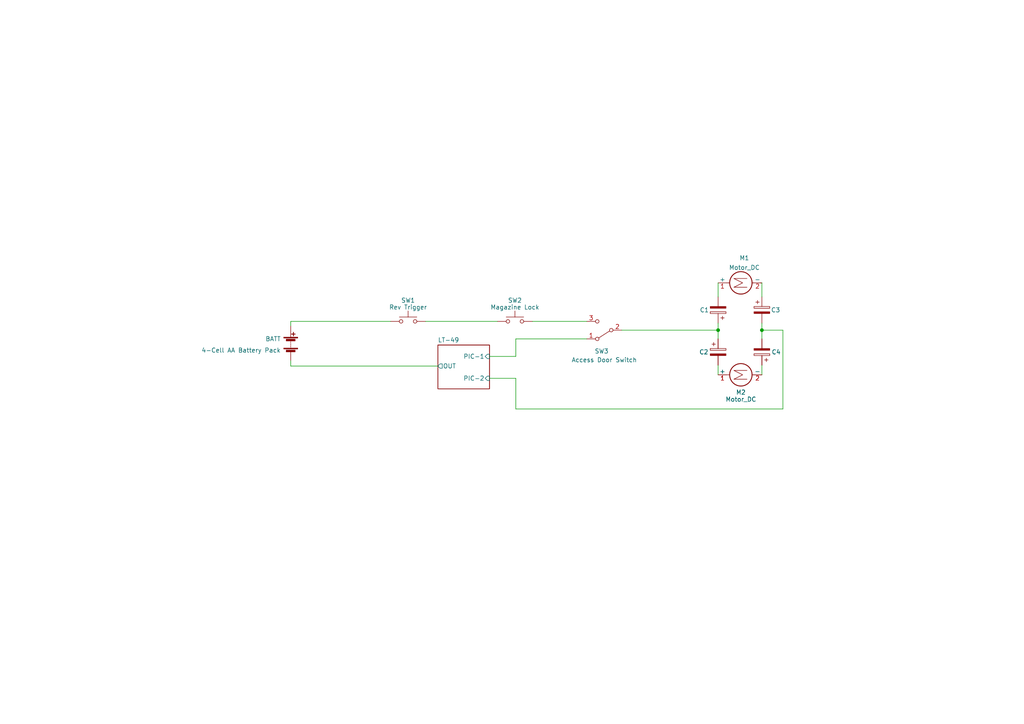
<source format=kicad_sch>
(kicad_sch (version 20211123) (generator eeschema)
  (paper "A4")
  (title_block (title "Stryfe Schematic") (date "2021-12-27") (rev "1.0") (comment 3 "Any other use is strictly prohibited.") (comment 4 "This schematic is not official and is available for educational purposes only. "))
  (lib_symbols
    (symbol "Device:Battery" (pin_numbers hide) (pin_names (offset 0) hide)
      (property "Reference" "BT" (at 2.54 2.54 0))
      (property "Value" "Battery" (at 2.54 0 0))
      (symbol "Battery_0_1"
        (rectangle (start -2.032 -1.397) (end 2.032 -1.651) (fill (type outline)))
        (rectangle (start -2.032 1.778) (end 2.032 1.524) (fill (type outline)))
        (rectangle (start -1.3208 -1.9812) (end 1.27 -2.4892) (fill (type outline)))
        (rectangle (start -1.3208 1.1938) (end 1.27 0.6858) (fill (type outline)))
        (polyline (pts (xy 0 -1.524) (xy 0 -1.27)))
        (polyline (pts (xy 0 -1.016) (xy 0 -0.762)))
        (polyline (pts (xy 0 -0.508) (xy 0 -0.254)))
        (polyline (pts (xy 0 0) (xy 0 0.254)))
        (polyline (pts (xy 0 0.508) (xy 0 0.762)))
        (polyline (pts (xy 0 1.778) (xy 0 2.54)))
        (polyline (pts (xy 0.254 2.667) (xy 1.27 2.667)) (stroke (width 0.254)))
        (polyline (pts (xy 0.762 3.175) (xy 0.762 2.159)) (stroke (width 0.254)))
      )
      (symbol "Battery_1_1"
        (pin passive line (at 0 5.08 270) (length 2.54) (name "+") (number "1"))
        (pin passive line (at 0 -5.08 90) (length 2.54) (name "-") (number "2"))
      )
    )
    (symbol "Device:C_Polarized" (pin_numbers hide) (pin_names (offset 0.254))
      (property "Reference" "C" (at 0.635 2.54 0))
      (property "Value" "C_Polarized" (at 0.635 -2.54 0))
      (symbol "C_Polarized_0_1"
        (rectangle (start -2.286 0.508) (end 2.286 1.016))
        (polyline (pts (xy -1.778 2.286) (xy -0.762 2.286)))
        (polyline (pts (xy -1.27 2.794) (xy -1.27 1.778)))
        (rectangle (start 2.286 -0.508) (end -2.286 -1.016) (fill (type outline)))
      )
      (symbol "C_Polarized_1_1"
        (pin passive line (at 0 3.81 270) (length 2.794) (name "~") (number "1"))
        (pin passive line (at 0 -3.81 90) (length 2.794) (name "~") (number "2"))
      )
    )
    (symbol "Motor:Motor_DC" (pin_names (offset 0))
      (property "Reference" "M" (at 2.54 2.54 0))
      (property "Value" "Motor_DC" (at 2.54 -5.08 0))
      (symbol "Motor_DC_0_0"
        (polyline (pts (xy -1.27 -3.302) (xy -1.27 0.508) (xy 0 -2.032) (xy 1.27 0.508) (xy 1.27 -3.302)))
      )
      (symbol "Motor_DC_0_1"
        (circle (center 0 -1.524) (radius 3.2512) (stroke (width 0.254)))
        (polyline (pts (xy 0 -7.62) (xy 0 -7.112)))
        (polyline (pts (xy 0 -4.7752) (xy 0 -5.1816)))
        (polyline (pts (xy 0 1.7272) (xy 0 2.0828)))
        (polyline (pts (xy 0 2.032) (xy 0 2.54)))
      )
      (symbol "Motor_DC_1_1"
        (pin passive line (at 0 5.08 270) (length 2.54) (name "+") (number "1"))
        (pin passive line (at 0 -7.62 90) (length 2.54) (name "-") (number "2"))
      )
    )
    (symbol "Switch:SW_Push" (pin_numbers hide) (pin_names (offset 1.016) hide)
      (property "Reference" "SW" (at 1.27 2.54 0))
      (property "Value" "SW_Push" (at 0 -1.524 0))
      (symbol "SW_Push_0_1"
        (circle (center -2.032 0) (radius 0.508))
        (polyline (pts (xy 0 1.27) (xy 0 3.048)))
        (polyline (pts (xy 2.54 1.27) (xy -2.54 1.27)))
        (circle (center 2.032 0) (radius 0.508))
        (pin passive line (at -5.08 0 0) (length 2.54) (name "1") (number "1"))
        (pin passive line (at 5.08 0 180) (length 2.54) (name "2") (number "2"))
      )
    )
    (symbol "Switch:SW_SPDT" (pin_names (offset 0) hide)
      (property "Reference" "SW" (at 0 4.318 0))
      (property "Value" "SW_SPDT" (at 0 -5.08 0))
      (symbol "SW_SPDT_0_0"
        (circle (center -2.032 0) (radius 0.508))
        (circle (center 2.032 -2.54) (radius 0.508))
      )
      (symbol "SW_SPDT_0_1"
        (polyline (pts (xy -1.524 0.254) (xy 1.651 2.286)))
        (circle (center 2.032 2.54) (radius 0.508))
      )
      (symbol "SW_SPDT_1_1"
        (pin passive line (at 5.08 2.54 180) (length 2.54) (name "A") (number "1"))
        (pin passive line (at -5.08 0 0) (length 2.54) (name "B") (number "2"))
        (pin passive line (at 5.08 -2.54 180) (length 2.54) (name "C") (number "3"))
      )
    )
  )
  (junction (at 208.28 95.758))
  (junction (at 220.98 95.758))
  (wire (pts (xy 123.444 93.218) (xy 144.272 93.218)))
  (wire (pts (xy 180.34 95.758) (xy 208.28 95.758)))
  (wire (pts (xy 84.328 93.218) (xy 84.328 94.488)))
  (wire (pts (xy 84.328 106.172) (xy 127 106.172)))
  (wire (pts (xy 208.28 93.726) (xy 208.28 95.758)))
  (wire (pts (xy 227.076 118.618) (xy 149.606 118.618)))
  (wire (pts (xy 220.98 93.726) (xy 220.98 95.758)))
  (wire (pts (xy 220.98 95.758) (xy 227.076 95.758)))
  (wire (pts (xy 84.328 104.648) (xy 84.328 106.172)))
  (wire (pts (xy 170.18 98.298) (xy 149.606 98.298)))
  (wire (pts (xy 154.432 93.218) (xy 170.18 93.218)))
  (wire (pts (xy 113.284 93.218) (xy 84.328 93.218)))
  (wire (pts (xy 208.28 105.918) (xy 208.28 108.712)))
  (wire (pts (xy 208.28 82.042) (xy 208.28 86.106)))
  (wire (pts (xy 227.076 95.758) (xy 227.076 118.618)))
  (wire (pts (xy 208.28 95.758) (xy 208.28 98.298)))
  (wire (pts (xy 149.606 118.618) (xy 149.606 109.728)))
  (wire (pts (xy 141.986 103.378) (xy 149.606 103.378)))
  (wire (pts (xy 220.98 105.918) (xy 220.98 108.712)))
  (wire (pts (xy 149.606 98.298) (xy 149.606 103.378)))
  (wire (pts (xy 220.98 95.758) (xy 220.98 98.298)))
  (wire (pts (xy 220.98 82.042) (xy 220.98 86.106)))
  (wire (pts (xy 141.986 109.728) (xy 149.606 109.728)))
  (symbol (lib_id "Switch:SW_Push") (at 118.364 93.218 0) (unit 1)
    (property "Reference" "SW1" (at 118.364 87.122 0))
    (property "Value" "Rev Trigger" (at 118.364 89.1056 0))
  )
  (symbol (lib_id "Device:C_Polarized") (at 208.28 89.916 180) (unit 1)
    (property "Reference" "C1" (at 202.946 89.916 0) (effects (justify right)))
    (property "Value" " " (effects hide))
  )
  (symbol (lib_id "Switch:SW_SPDT") (at 175.26 95.758 180) (unit 1)
    (property "Reference" "SW3" (at 174.498 101.854 0))
    (property "Value" "Access Door Switch" (at 175.26 104.394 0))
  )
  (symbol (lib_id "Switch:SW_Push") (at 149.352 93.218 0) (unit 1)
    (property "Reference" "SW2" (at 149.352 87.122 0))
    (property "Value" "Magazine Lock" (at 149.352 89.1056 0))
  )
  (symbol (lib_id "Motor:Motor_DC") (at 213.36 82.042 90) (unit 1)
    (property "Reference" "M1" (at 215.9 74.8243 90))
    (property "Value" "Motor_DC" (at 215.9 77.5994 90))
  )
  (symbol (lib_id "Device:C_Polarized") (at 220.98 89.916 0) (unit 1)
    (property "Reference" "C3" (at 226.314 89.916 0) (effects (justify right)))
    (property "Value" " " (effects hide))
  )
  (symbol (lib_id "Device:C_Polarized") (at 220.98 102.108 180) (unit 1)
    (property "Reference" "C4" (at 223.774 102.108 0) (effects (justify right)))
    (property "Value" " " (effects hide))
  )
  (symbol (lib_id "Motor:Motor_DC") (at 213.36 108.712 90) (unit 1)
    (property "Reference" "M2" (at 214.884 113.792 90))
    (property "Value" "Motor_DC" (at 214.884 115.824 90))
  )
  (symbol (lib_id "Device:C_Polarized") (at 208.28 102.108 0) (unit 1)
    (property "Reference" "C2" (at 205.486 102.108 0) (effects (justify right)))
    (property "Value" " " (effects hide))
  )
  (symbol (lib_id "Device:Battery") (at 84.328 99.568 0) (unit 1)
    (property "Reference" "BATT" (at 76.962 98.298 0) (effects (justify left)))
    (property "Value" "4-Cell AA Battery Pack" (at 58.42 101.6 0) (effects (justify left)))
  )
  (sheet (at 127 100.076) (size 14.986 12.7) (stroke (width 0.1524))
    (property "Sheet name" "LT-49" (at 127 99.3644 0) (effects (justify left bottom)))
    (property "Sheet file" "lt49.kicad_sch" (effects hide))
    (pin "OUT" output (at 127 106.172 180))
    (pin "PIC-2" input (at 141.986 109.728 0))
    (pin "PIC-1" input (at 141.986 103.378 0))
  )
)
</source>
